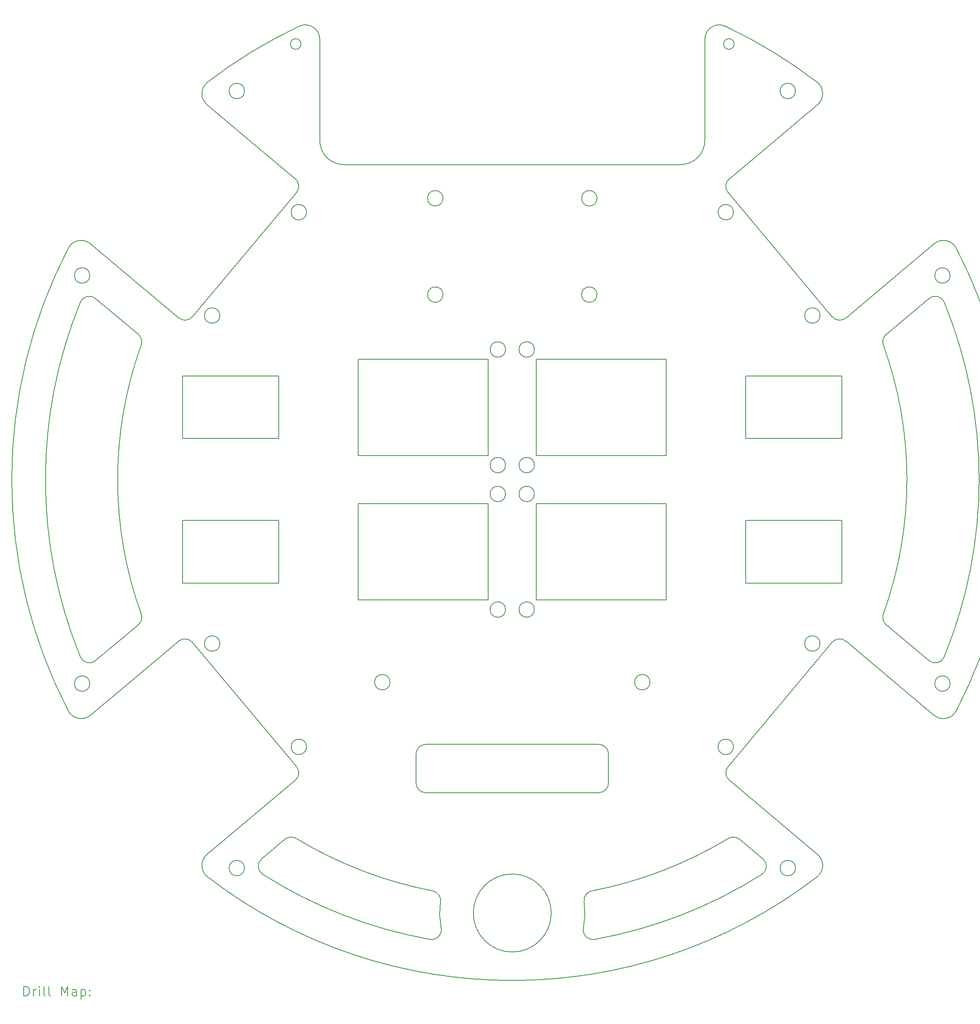
<source format=gbr>
%TF.GenerationSoftware,KiCad,Pcbnew,7.0.9*%
%TF.CreationDate,2024-02-22T22:19:48+08:00*%
%TF.ProjectId,layer2,6c617965-7232-42e6-9b69-6361645f7063,rev?*%
%TF.SameCoordinates,Original*%
%TF.FileFunction,Drillmap*%
%TF.FilePolarity,Positive*%
%FSLAX45Y45*%
G04 Gerber Fmt 4.5, Leading zero omitted, Abs format (unit mm)*
G04 Created by KiCad (PCBNEW 7.0.9) date 2024-02-22 22:19:48*
%MOMM*%
%LPD*%
G01*
G04 APERTURE LIST*
%ADD10C,0.200000*%
G04 APERTURE END LIST*
D10*
X14260000Y-8661072D02*
G75*
G03*
X14260000Y-8661072I-160000J0D01*
G01*
X11060000Y-6661072D02*
G75*
G03*
X11060000Y-6661072I-160000J0D01*
G01*
X11060000Y-8661072D02*
G75*
G03*
X11060000Y-8661072I-160000J0D01*
G01*
X14260000Y-6661072D02*
G75*
G03*
X14260000Y-6661072I-160000J0D01*
G01*
X8499998Y-5461072D02*
G75*
G03*
X9000000Y-5961072I500002J2D01*
G01*
X16000000Y-5961072D02*
X9000000Y-5961072D01*
X16000000Y-5961070D02*
G75*
G03*
X16500000Y-5461072I0J500000D01*
G01*
X16500000Y-3361072D02*
X16500000Y-5461072D01*
X16927724Y-3089617D02*
G75*
G03*
X16500000Y-3361072I-127724J-271453D01*
G01*
X18832073Y-4249857D02*
G75*
G03*
X16927723Y-3089619I-6332073J-8250143D01*
G01*
X18842253Y-4717655D02*
G75*
G03*
X18832073Y-4249857I-192836J229813D01*
G01*
X17007085Y-6257545D02*
X18842253Y-4717656D01*
X17007082Y-6257541D02*
G75*
G03*
X16982433Y-6539311I128559J-153209D01*
G01*
X19148499Y-9120728D02*
X16982433Y-6539311D01*
X19148501Y-9120726D02*
G75*
G03*
X19430265Y-9145379I153209J128556D01*
G01*
X21265434Y-7605490D02*
X19430265Y-9145379D01*
X21724357Y-7696748D02*
G75*
G03*
X21265434Y-7605490I-266087J-138555D01*
G01*
X21724357Y-17303252D02*
G75*
G03*
X21724357Y-7696748I-9224357J4803252D01*
G01*
X21265433Y-17394511D02*
G75*
G03*
X21724357Y-17303252I192837J229811D01*
G01*
X19430265Y-15854621D02*
X21265434Y-17394510D01*
X19430267Y-15854619D02*
G75*
G03*
X19148499Y-15879272I-128557J-153211D01*
G01*
X16982433Y-18460689D02*
X19148499Y-15879272D01*
X16982433Y-18460689D02*
G75*
G03*
X17007085Y-18742455I153209J-128557D01*
G01*
X18842253Y-20282345D02*
X17007085Y-18742455D01*
X18832073Y-20750143D02*
G75*
G03*
X18842253Y-20282345I-182656J237985D01*
G01*
X6167927Y-20750143D02*
G75*
G03*
X18832073Y-20750143I6332073J8250143D01*
G01*
X6157749Y-20282347D02*
G75*
G03*
X6167927Y-20750143I192831J-229813D01*
G01*
X7992915Y-18742455D02*
X6157747Y-20282345D01*
X7992918Y-18742459D02*
G75*
G03*
X8017567Y-18460689I-128559J153209D01*
G01*
X5851501Y-15879272D02*
X8017567Y-18460689D01*
X5851499Y-15879274D02*
G75*
G03*
X5569735Y-15854621I-153209J-128556D01*
G01*
X3734566Y-17394510D02*
X5569735Y-15854621D01*
X3275644Y-17303252D02*
G75*
G03*
X3734566Y-17394510I266086J138552D01*
G01*
X3275643Y-7696748D02*
G75*
G03*
X3275643Y-17303252I9224357J-4803252D01*
G01*
X3734567Y-7605489D02*
G75*
G03*
X3275643Y-7696748I-192837J-229811D01*
G01*
X5569735Y-9145379D02*
X3734566Y-7605490D01*
X5569733Y-9145381D02*
G75*
G03*
X5851501Y-9120728I128557J153211D01*
G01*
X8017567Y-6539311D02*
X5851501Y-9120728D01*
X8017563Y-6539308D02*
G75*
G03*
X7992915Y-6257545I-153203J128558D01*
G01*
X6157747Y-4717656D02*
X7992915Y-6257545D01*
X6167925Y-4249855D02*
G75*
G03*
X6157747Y-4717656I182655J-237985D01*
G01*
X8072277Y-3089619D02*
G75*
G03*
X6167927Y-4249857I4427723J-9410381D01*
G01*
X8499998Y-3361072D02*
G75*
G03*
X8072277Y-3089619I-299998J2D01*
G01*
X8500000Y-5461072D02*
X8500000Y-3361072D01*
X19350000Y-10350000D02*
X19350000Y-11650000D01*
X17350000Y-10350000D02*
X19350000Y-10350000D01*
X17350000Y-11650000D02*
X17350000Y-10350000D01*
X19350000Y-11650000D02*
X17350000Y-11650000D01*
X9300000Y-13000000D02*
X12000000Y-13000000D01*
X9300000Y-15000000D02*
X9300000Y-13000000D01*
X12000000Y-15000000D02*
X9300000Y-15000000D01*
X12000000Y-13000000D02*
X12000000Y-15000000D01*
X12960000Y-12800000D02*
G75*
G03*
X12960000Y-12800000I-160000J0D01*
G01*
X12960000Y-12200000D02*
G75*
G03*
X12960000Y-12200000I-160000J0D01*
G01*
X5650000Y-14650000D02*
X5650000Y-13350000D01*
X7650000Y-14650000D02*
X5650000Y-14650000D01*
X7650000Y-13350000D02*
X7650000Y-14650000D01*
X5650000Y-13350000D02*
X7650000Y-13350000D01*
X12360000Y-9800000D02*
G75*
G03*
X12360000Y-9800000I-160000J0D01*
G01*
X12360000Y-12200000D02*
G75*
G03*
X12360000Y-12200000I-160000J0D01*
G01*
X15700000Y-10000000D02*
X15700000Y-12000000D01*
X13000000Y-10000000D02*
X15700000Y-10000000D01*
X13000000Y-12000000D02*
X13000000Y-10000000D01*
X15700000Y-12000000D02*
X13000000Y-12000000D01*
X12960000Y-9800000D02*
G75*
G03*
X12960000Y-9800000I-160000J0D01*
G01*
X17095750Y-18049607D02*
G75*
G03*
X17095750Y-18049607I-160000J0D01*
G01*
X6424445Y-15904682D02*
G75*
G03*
X6424445Y-15904682I-160000J0D01*
G01*
X15361202Y-16707554D02*
G75*
G03*
X15361202Y-16707554I-160000J0D01*
G01*
X3721949Y-8263603D02*
G75*
G03*
X3721949Y-8263603I-160000J0D01*
G01*
X3721949Y-16736397D02*
G75*
G03*
X3721949Y-16736397I-160000J0D01*
G01*
X3840426Y-16261358D02*
X4730805Y-15514241D01*
X3526858Y-16184108D02*
G75*
G03*
X3840426Y-16261357I185012J75958D01*
G01*
X3526855Y-8815890D02*
G75*
G03*
X3526855Y-16184110I8973145J-3684110D01*
G01*
X3840428Y-8738640D02*
G75*
G03*
X3526855Y-8815890I-128558J-153210D01*
G01*
X4730805Y-9485759D02*
X3840426Y-8738642D01*
X4790292Y-9707089D02*
G75*
G03*
X4730805Y-9485759I-188042J68119D01*
G01*
X4790289Y-9707088D02*
G75*
G03*
X4790289Y-15292912I7709711J-2792912D01*
G01*
X4730803Y-15514239D02*
G75*
G03*
X4790289Y-15292912I-128553J153209D01*
G01*
X18384113Y-4433380D02*
G75*
G03*
X18384113Y-4433380I-160000J0D01*
G01*
X9958798Y-16707554D02*
G75*
G03*
X9958798Y-16707554I-160000J0D01*
G01*
X21159574Y-8738642D02*
X20269195Y-9485759D01*
X21473142Y-8815892D02*
G75*
G03*
X21159574Y-8738643I-185012J-75958D01*
G01*
X21473145Y-16184110D02*
G75*
G03*
X21473145Y-8815890I-8973145J3684110D01*
G01*
X21159572Y-16261360D02*
G75*
G03*
X21473145Y-16184110I128558J153210D01*
G01*
X20269195Y-15514241D02*
X21159574Y-16261358D01*
X20209708Y-15292911D02*
G75*
G03*
X20269195Y-15514241I188042J-68119D01*
G01*
X20209711Y-15292912D02*
G75*
G03*
X20209711Y-9707088I-7709711J2792912D01*
G01*
X20269197Y-9485761D02*
G75*
G03*
X20209711Y-9707088I128553J-153209D01*
G01*
X6935887Y-4433380D02*
G75*
G03*
X6935887Y-4433380I-160000J0D01*
G01*
X10500000Y-18200000D02*
X10500000Y-18800000D01*
X10700000Y-18000000D02*
G75*
G03*
X10500000Y-18200000I0J-200000D01*
G01*
X14300000Y-18000000D02*
X10700000Y-18000000D01*
X14500000Y-18200000D02*
G75*
G03*
X14300000Y-18000000I-200000J0D01*
G01*
X14500000Y-18800000D02*
X14500000Y-18200000D01*
X14300000Y-19000000D02*
G75*
G03*
X14500000Y-18800000I0J200000D01*
G01*
X10700000Y-19000000D02*
X14300000Y-19000000D01*
X10500000Y-18800000D02*
G75*
G03*
X10700000Y-19000000I200000J0D01*
G01*
X21598051Y-8263603D02*
G75*
G03*
X21598051Y-8263603I-160000J0D01*
G01*
X6935887Y-20566620D02*
G75*
G03*
X6935887Y-20566620I-160000J0D01*
G01*
X8224250Y-18049607D02*
G75*
G03*
X8224250Y-18049607I-160000J0D01*
G01*
X17110000Y-3457876D02*
G75*
G03*
X17110000Y-3457876I-110000J0D01*
G01*
X21598051Y-16736397D02*
G75*
G03*
X21598051Y-16736397I-160000J0D01*
G01*
X18384113Y-20566620D02*
G75*
G03*
X18384113Y-20566620I-160000J0D01*
G01*
X8110000Y-3457876D02*
G75*
G03*
X8110000Y-3457876I-110000J0D01*
G01*
X12000000Y-10000000D02*
X12000000Y-12000000D01*
X9300000Y-10000000D02*
X12000000Y-10000000D01*
X9300000Y-12000000D02*
X9300000Y-10000000D01*
X12000000Y-12000000D02*
X9300000Y-12000000D01*
X7650000Y-11650000D02*
X5650000Y-11650000D01*
X7650000Y-10350000D02*
X7650000Y-11650000D01*
X5650000Y-10350000D02*
X7650000Y-10350000D01*
X5650000Y-11650000D02*
X5650000Y-10350000D01*
X14151852Y-21041744D02*
G75*
G03*
X16992014Y-19950625I-1651852J8541744D01*
G01*
X17223859Y-19968683D02*
G75*
G03*
X16992014Y-19950625I-128559J-153207D01*
G01*
X17707934Y-20374863D02*
X17223862Y-19968679D01*
X17686308Y-20697081D02*
G75*
G03*
X17707933Y-20374863I-106928J169011D01*
G01*
X14208728Y-22048311D02*
G75*
G03*
X17686310Y-20697084I-1708728J9548311D01*
G01*
X13977771Y-21810336D02*
G75*
G03*
X14208728Y-22048311I195729J-41104D01*
G01*
X13977766Y-21810335D02*
G75*
G03*
X13992185Y-21268737I-1477766J310335D01*
G01*
X14151852Y-21041745D02*
G75*
G03*
X13992185Y-21268737I37978J-196365D01*
G01*
X8007961Y-19950609D02*
G75*
G03*
X10848148Y-21041744I4492039J7450609D01*
G01*
X11007816Y-21268737D02*
G75*
G03*
X10848148Y-21041744I-197646J30627D01*
G01*
X11007815Y-21268737D02*
G75*
G03*
X11022234Y-21810335I1492185J-231264D01*
G01*
X10791271Y-22048316D02*
G75*
G03*
X11022234Y-21810335I35229J196876D01*
G01*
X7313690Y-20697084D02*
G75*
G03*
X10791272Y-22048311I5186310J8197084D01*
G01*
X7292064Y-20374860D02*
G75*
G03*
X7313690Y-20697084I128556J-153210D01*
G01*
X7776138Y-19968679D02*
X7292066Y-20374863D01*
X8007963Y-19950605D02*
G75*
G03*
X7776138Y-19968679I-103263J-171285D01*
G01*
X13310000Y-21500000D02*
G75*
G03*
X13310000Y-21500000I-810000J0D01*
G01*
X12960000Y-15200000D02*
G75*
G03*
X12960000Y-15200000I-160000J0D01*
G01*
X13000000Y-15000000D02*
X13000000Y-13000000D01*
X15700000Y-15000000D02*
X13000000Y-15000000D01*
X15700000Y-13000000D02*
X15700000Y-15000000D01*
X13000000Y-13000000D02*
X15700000Y-13000000D01*
X12360000Y-15200000D02*
G75*
G03*
X12360000Y-15200000I-160000J0D01*
G01*
X8224250Y-6950393D02*
G75*
G03*
X8224250Y-6950393I-160000J0D01*
G01*
X19350000Y-14650000D02*
X17350000Y-14650000D01*
X19350000Y-13350000D02*
X19350000Y-14650000D01*
X17350000Y-13350000D02*
X19350000Y-13350000D01*
X17350000Y-14650000D02*
X17350000Y-13350000D01*
X6424445Y-9095318D02*
G75*
G03*
X6424445Y-9095318I-160000J0D01*
G01*
X12360000Y-12800000D02*
G75*
G03*
X12360000Y-12800000I-160000J0D01*
G01*
X18895555Y-15904682D02*
G75*
G03*
X18895555Y-15904682I-160000J0D01*
G01*
X18895555Y-9095318D02*
G75*
G03*
X18895555Y-9095318I-160000J0D01*
G01*
X17095750Y-6950393D02*
G75*
G03*
X17095750Y-6950393I-160000J0D01*
G01*
X2350777Y-23221484D02*
X2350777Y-23021484D01*
X2350777Y-23021484D02*
X2398396Y-23021484D01*
X2398396Y-23021484D02*
X2426967Y-23031008D01*
X2426967Y-23031008D02*
X2446015Y-23050055D01*
X2446015Y-23050055D02*
X2455539Y-23069103D01*
X2455539Y-23069103D02*
X2465063Y-23107198D01*
X2465063Y-23107198D02*
X2465063Y-23135769D01*
X2465063Y-23135769D02*
X2455539Y-23173865D01*
X2455539Y-23173865D02*
X2446015Y-23192912D01*
X2446015Y-23192912D02*
X2426967Y-23211960D01*
X2426967Y-23211960D02*
X2398396Y-23221484D01*
X2398396Y-23221484D02*
X2350777Y-23221484D01*
X2550777Y-23221484D02*
X2550777Y-23088150D01*
X2550777Y-23126246D02*
X2560301Y-23107198D01*
X2560301Y-23107198D02*
X2569824Y-23097674D01*
X2569824Y-23097674D02*
X2588872Y-23088150D01*
X2588872Y-23088150D02*
X2607920Y-23088150D01*
X2674586Y-23221484D02*
X2674586Y-23088150D01*
X2674586Y-23021484D02*
X2665063Y-23031008D01*
X2665063Y-23031008D02*
X2674586Y-23040531D01*
X2674586Y-23040531D02*
X2684110Y-23031008D01*
X2684110Y-23031008D02*
X2674586Y-23021484D01*
X2674586Y-23021484D02*
X2674586Y-23040531D01*
X2798396Y-23221484D02*
X2779348Y-23211960D01*
X2779348Y-23211960D02*
X2769824Y-23192912D01*
X2769824Y-23192912D02*
X2769824Y-23021484D01*
X2903158Y-23221484D02*
X2884110Y-23211960D01*
X2884110Y-23211960D02*
X2874586Y-23192912D01*
X2874586Y-23192912D02*
X2874586Y-23021484D01*
X3131729Y-23221484D02*
X3131729Y-23021484D01*
X3131729Y-23021484D02*
X3198396Y-23164341D01*
X3198396Y-23164341D02*
X3265062Y-23021484D01*
X3265062Y-23021484D02*
X3265062Y-23221484D01*
X3446015Y-23221484D02*
X3446015Y-23116722D01*
X3446015Y-23116722D02*
X3436491Y-23097674D01*
X3436491Y-23097674D02*
X3417443Y-23088150D01*
X3417443Y-23088150D02*
X3379348Y-23088150D01*
X3379348Y-23088150D02*
X3360301Y-23097674D01*
X3446015Y-23211960D02*
X3426967Y-23221484D01*
X3426967Y-23221484D02*
X3379348Y-23221484D01*
X3379348Y-23221484D02*
X3360301Y-23211960D01*
X3360301Y-23211960D02*
X3350777Y-23192912D01*
X3350777Y-23192912D02*
X3350777Y-23173865D01*
X3350777Y-23173865D02*
X3360301Y-23154817D01*
X3360301Y-23154817D02*
X3379348Y-23145293D01*
X3379348Y-23145293D02*
X3426967Y-23145293D01*
X3426967Y-23145293D02*
X3446015Y-23135769D01*
X3541253Y-23088150D02*
X3541253Y-23288150D01*
X3541253Y-23097674D02*
X3560301Y-23088150D01*
X3560301Y-23088150D02*
X3598396Y-23088150D01*
X3598396Y-23088150D02*
X3617443Y-23097674D01*
X3617443Y-23097674D02*
X3626967Y-23107198D01*
X3626967Y-23107198D02*
X3636491Y-23126246D01*
X3636491Y-23126246D02*
X3636491Y-23183388D01*
X3636491Y-23183388D02*
X3626967Y-23202436D01*
X3626967Y-23202436D02*
X3617443Y-23211960D01*
X3617443Y-23211960D02*
X3598396Y-23221484D01*
X3598396Y-23221484D02*
X3560301Y-23221484D01*
X3560301Y-23221484D02*
X3541253Y-23211960D01*
X3722205Y-23202436D02*
X3731729Y-23211960D01*
X3731729Y-23211960D02*
X3722205Y-23221484D01*
X3722205Y-23221484D02*
X3712682Y-23211960D01*
X3712682Y-23211960D02*
X3722205Y-23202436D01*
X3722205Y-23202436D02*
X3722205Y-23221484D01*
X3722205Y-23097674D02*
X3731729Y-23107198D01*
X3731729Y-23107198D02*
X3722205Y-23116722D01*
X3722205Y-23116722D02*
X3712682Y-23107198D01*
X3712682Y-23107198D02*
X3722205Y-23097674D01*
X3722205Y-23097674D02*
X3722205Y-23116722D01*
M02*

</source>
